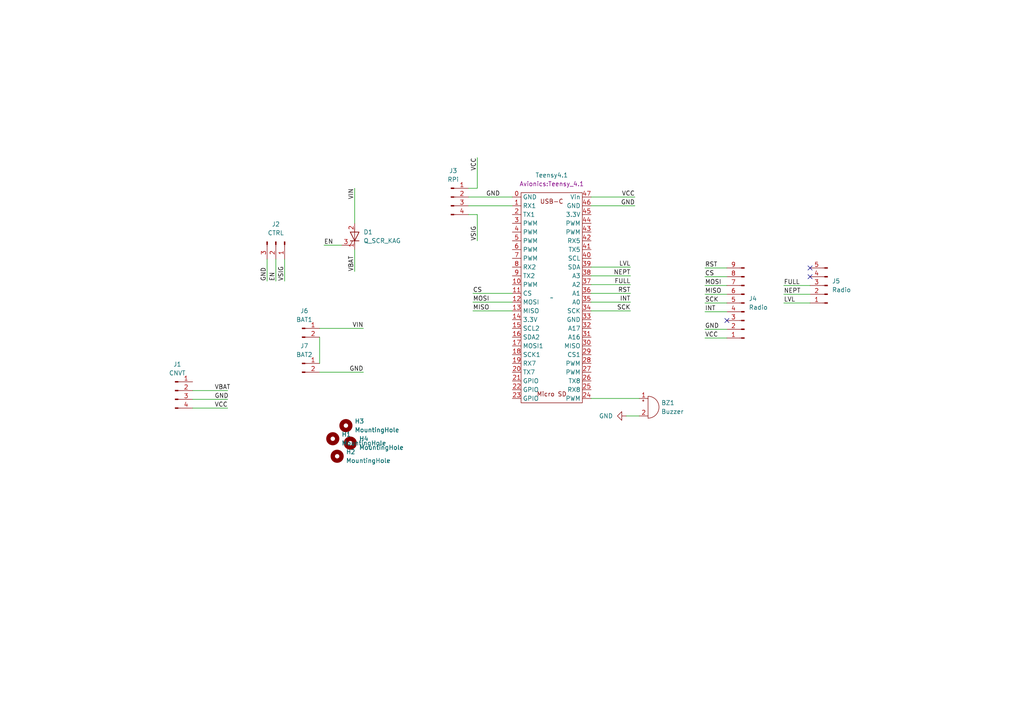
<source format=kicad_sch>
(kicad_sch (version 20230121) (generator eeschema)
  (paper "A4")
  (lib_symbols
    (symbol "Breakout Boards:Teensy_4.1"
      (property "Reference" "Teensy4.1" (at 0 0 90))
      (property "Footprint" "Breakout Boards:Teensy_4.1" (at 0 0 0))
      (symbol "Teensy_4.1_0_1"
        (rectangle (start -8.89 30.48) (end 8.89 -30.48))
      )
      (symbol "Teensy_4.1_1_1"
        (text "Micro SD" (at 0 -27.94 0) (effects (font (size 1.27 1.27))))
        (text "USB-C" (at 0 27.94 0) (effects (font (size 1.27 1.27))))
        (pin input line (at -11.43 29.21 0) (length 2.54) (name "GND") (number "0"))
        (pin input line (at -11.43 26.67 0) (length 2.54) (name "RX1") (number "1"))
        (pin input line (at -11.43 3.81 0) (length 2.54) (name "PWM") (number "10"))
        (pin input line (at -11.43 1.27 0) (length 2.54) (name "CS") (number "11"))
        (pin input line (at -11.43 -1.27 0) (length 2.54) (name "MOSI") (number "12"))
        (pin input line (at -11.43 -3.81 0) (length 2.54) (name "MISO") (number "13"))
        (pin input line (at -11.43 -6.35 0) (length 2.54) (name "3.3V") (number "14"))
        (pin input line (at -11.43 -8.89 0) (length 2.54) (name "SCL2") (number "15"))
        (pin input line (at -11.43 -11.43 0) (length 2.54) (name "SDA2") (number "16"))
        (pin input line (at -11.43 -13.97 0) (length 2.54) (name "MOSI1") (number "17"))
        (pin input line (at -11.43 -16.51 0) (length 2.54) (name "SCK1") (number "18"))
        (pin input line (at -11.43 -19.05 0) (length 2.54) (name "RX7") (number "19"))
        (pin input line (at -11.43 24.13 0) (length 2.54) (name "TX1") (number "2"))
        (pin input line (at -11.43 -21.59 0) (length 2.54) (name "TX7") (number "20"))
        (pin input line (at -11.43 -24.13 0) (length 2.54) (name "GPIO") (number "21"))
        (pin input line (at -11.43 -26.67 0) (length 2.54) (name "GPIO") (number "22"))
        (pin input line (at -11.43 -29.21 0) (length 2.54) (name "GPIO") (number "23"))
        (pin input line (at 11.43 -29.21 180) (length 2.54) (name "PWM") (number "24"))
        (pin input line (at 11.43 -26.67 180) (length 2.54) (name "RX8") (number "25"))
        (pin input line (at 11.43 -24.13 180) (length 2.54) (name "TX8") (number "26"))
        (pin input line (at 11.43 -21.59 180) (length 2.54) (name "PWM") (number "27"))
        (pin input line (at 11.43 -19.05 180) (length 2.54) (name "PWM") (number "28"))
        (pin input line (at 11.43 -16.51 180) (length 2.54) (name "CS1") (number "29"))
        (pin input line (at -11.43 21.59 0) (length 2.54) (name "PWM") (number "3"))
        (pin input line (at 11.43 -13.97 180) (length 2.54) (name "MISO") (number "30"))
        (pin input line (at 11.43 -11.43 180) (length 2.54) (name "A16") (number "31"))
        (pin input line (at 11.43 -8.89 180) (length 2.54) (name "A17") (number "32"))
        (pin input line (at 11.43 -6.35 180) (length 2.54) (name "GND") (number "33"))
        (pin input line (at 11.43 -3.81 180) (length 2.54) (name "SCK") (number "34"))
        (pin input line (at 11.43 -1.27 180) (length 2.54) (name "A0") (number "35"))
        (pin input line (at 11.43 1.27 180) (length 2.54) (name "A1") (number "36"))
        (pin input line (at 11.43 3.81 180) (length 2.54) (name "A2") (number "37"))
        (pin input line (at 11.43 6.35 180) (length 2.54) (name "A3") (number "38"))
        (pin input line (at 11.43 8.89 180) (length 2.54) (name "SDA") (number "39"))
        (pin input line (at -11.43 19.05 0) (length 2.54) (name "PWM") (number "4"))
        (pin input line (at 11.43 11.43 180) (length 2.54) (name "SCL") (number "40"))
        (pin input line (at 11.43 13.97 180) (length 2.54) (name "TX5") (number "41"))
        (pin input line (at 11.43 16.51 180) (length 2.54) (name "RX5") (number "42"))
        (pin input line (at 11.43 19.05 180) (length 2.54) (name "PWM") (number "43"))
        (pin input line (at 11.43 21.59 180) (length 2.54) (name "PWM") (number "44"))
        (pin input line (at 11.43 24.13 180) (length 2.54) (name "3.3V") (number "45"))
        (pin input line (at 11.43 26.67 180) (length 2.54) (name "GND") (number "46"))
        (pin input line (at 11.43 29.21 180) (length 2.54) (name "Vin") (number "47"))
        (pin input line (at -11.43 16.51 0) (length 2.54) (name "PWM") (number "5"))
        (pin input line (at -11.43 13.97 0) (length 2.54) (name "PWM") (number "6"))
        (pin input line (at -11.43 11.43 0) (length 2.54) (name "PWM") (number "7"))
        (pin input line (at -11.43 8.89 0) (length 2.54) (name "RX2") (number "8"))
        (pin input line (at -11.43 6.35 0) (length 2.54) (name "TX2") (number "9"))
      )
    )
    (symbol "Connector:Conn_01x02_Pin" (pin_names (offset 1.016) hide)
      (property "Reference" "J" (at 0 2.54 0))
      (property "Value" "Conn_01x02_Pin" (at 0 -5.08 0))
      (symbol "Conn_01x02_Pin_1_1"
        (polyline (pts (xy 1.27 -2.54) (xy 0.8636 -2.54)) (stroke (width 0.1524)))
        (polyline (pts (xy 1.27 0) (xy 0.8636 0)) (stroke (width 0.1524)))
        (rectangle (start 0.8636 -2.413) (end 0 -2.667) (stroke (width 0.1524)) (fill (type outline)))
        (rectangle (start 0.8636 0.127) (end 0 -0.127) (stroke (width 0.1524)) (fill (type outline)))
        (pin passive line (at 5.08 0 180) (length 3.81) (name "Pin_1") (number "1"))
        (pin passive line (at 5.08 -2.54 180) (length 3.81) (name "Pin_2") (number "2"))
      )
    )
    (symbol "Connector:Conn_01x03_Pin" (pin_names (offset 1.016) hide)
      (property "Reference" "J" (at 0 5.08 0))
      (property "Value" "Conn_01x03_Pin" (at 0 -5.08 0))
      (symbol "Conn_01x03_Pin_1_1"
        (polyline (pts (xy 1.27 -2.54) (xy 0.8636 -2.54)) (stroke (width 0.1524)))
        (polyline (pts (xy 1.27 0) (xy 0.8636 0)) (stroke (width 0.1524)))
        (polyline (pts (xy 1.27 2.54) (xy 0.8636 2.54)) (stroke (width 0.1524)))
        (rectangle (start 0.8636 -2.413) (end 0 -2.667) (stroke (width 0.1524)) (fill (type outline)))
        (rectangle (start 0.8636 0.127) (end 0 -0.127) (stroke (width 0.1524)) (fill (type outline)))
        (rectangle (start 0.8636 2.667) (end 0 2.413) (stroke (width 0.1524)) (fill (type outline)))
        (pin passive line (at 5.08 2.54 180) (length 3.81) (name "Pin_1") (number "1"))
        (pin passive line (at 5.08 0 180) (length 3.81) (name "Pin_2") (number "2"))
        (pin passive line (at 5.08 -2.54 180) (length 3.81) (name "Pin_3") (number "3"))
      )
    )
    (symbol "Connector:Conn_01x04_Pin" (pin_names (offset 1.016) hide)
      (property "Reference" "J" (at 0 5.08 0))
      (property "Value" "Conn_01x04_Pin" (at 0 -7.62 0))
      (symbol "Conn_01x04_Pin_1_1"
        (polyline (pts (xy 1.27 -5.08) (xy 0.8636 -5.08)) (stroke (width 0.1524)))
        (polyline (pts (xy 1.27 -2.54) (xy 0.8636 -2.54)) (stroke (width 0.1524)))
        (polyline (pts (xy 1.27 0) (xy 0.8636 0)) (stroke (width 0.1524)))
        (polyline (pts (xy 1.27 2.54) (xy 0.8636 2.54)) (stroke (width 0.1524)))
        (rectangle (start 0.8636 -4.953) (end 0 -5.207) (stroke (width 0.1524)) (fill (type outline)))
        (rectangle (start 0.8636 -2.413) (end 0 -2.667) (stroke (width 0.1524)) (fill (type outline)))
        (rectangle (start 0.8636 0.127) (end 0 -0.127) (stroke (width 0.1524)) (fill (type outline)))
        (rectangle (start 0.8636 2.667) (end 0 2.413) (stroke (width 0.1524)) (fill (type outline)))
        (pin passive line (at 5.08 2.54 180) (length 3.81) (name "Pin_1") (number "1"))
        (pin passive line (at 5.08 0 180) (length 3.81) (name "Pin_2") (number "2"))
        (pin passive line (at 5.08 -2.54 180) (length 3.81) (name "Pin_3") (number "3"))
        (pin passive line (at 5.08 -5.08 180) (length 3.81) (name "Pin_4") (number "4"))
      )
    )
    (symbol "Connector:Conn_01x05_Pin" (pin_names (offset 1.016) hide)
      (property "Reference" "J" (at 0 7.62 0))
      (property "Value" "Conn_01x05_Pin" (at 0 -7.62 0))
      (symbol "Conn_01x05_Pin_1_1"
        (polyline (pts (xy 1.27 -5.08) (xy 0.8636 -5.08)) (stroke (width 0.1524)))
        (polyline (pts (xy 1.27 -2.54) (xy 0.8636 -2.54)) (stroke (width 0.1524)))
        (polyline (pts (xy 1.27 0) (xy 0.8636 0)) (stroke (width 0.1524)))
        (polyline (pts (xy 1.27 2.54) (xy 0.8636 2.54)) (stroke (width 0.1524)))
        (polyline (pts (xy 1.27 5.08) (xy 0.8636 5.08)) (stroke (width 0.1524)))
        (rectangle (start 0.8636 -4.953) (end 0 -5.207) (stroke (width 0.1524)) (fill (type outline)))
        (rectangle (start 0.8636 -2.413) (end 0 -2.667) (stroke (width 0.1524)) (fill (type outline)))
        (rectangle (start 0.8636 0.127) (end 0 -0.127) (stroke (width 0.1524)) (fill (type outline)))
        (rectangle (start 0.8636 2.667) (end 0 2.413) (stroke (width 0.1524)) (fill (type outline)))
        (rectangle (start 0.8636 5.207) (end 0 4.953) (stroke (width 0.1524)) (fill (type outline)))
        (pin passive line (at 5.08 5.08 180) (length 3.81) (name "Pin_1") (number "1"))
        (pin passive line (at 5.08 2.54 180) (length 3.81) (name "Pin_2") (number "2"))
        (pin passive line (at 5.08 0 180) (length 3.81) (name "Pin_3") (number "3"))
        (pin passive line (at 5.08 -2.54 180) (length 3.81) (name "Pin_4") (number "4"))
        (pin passive line (at 5.08 -5.08 180) (length 3.81) (name "Pin_5") (number "5"))
      )
    )
    (symbol "Connector:Conn_01x09_Pin" (pin_names (offset 1.016) hide)
      (property "Reference" "J" (at 0 12.7 0))
      (property "Value" "Conn_01x09_Pin" (at 0 -12.7 0))
      (symbol "Conn_01x09_Pin_1_1"
        (polyline (pts (xy 1.27 -10.16) (xy 0.8636 -10.16)) (stroke (width 0.1524)))
        (polyline (pts (xy 1.27 -7.62) (xy 0.8636 -7.62)) (stroke (width 0.1524)))
        (polyline (pts (xy 1.27 -5.08) (xy 0.8636 -5.08)) (stroke (width 0.1524)))
        (polyline (pts (xy 1.27 -2.54) (xy 0.8636 -2.54)) (stroke (width 0.1524)))
        (polyline (pts (xy 1.27 0) (xy 0.8636 0)) (stroke (width 0.1524)))
        (polyline (pts (xy 1.27 2.54) (xy 0.8636 2.54)) (stroke (width 0.1524)))
        (polyline (pts (xy 1.27 5.08) (xy 0.8636 5.08)) (stroke (width 0.1524)))
        (polyline (pts (xy 1.27 7.62) (xy 0.8636 7.62)) (stroke (width 0.1524)))
        (polyline (pts (xy 1.27 10.16) (xy 0.8636 10.16)) (stroke (width 0.1524)))
        (rectangle (start 0.8636 -10.033) (end 0 -10.287) (stroke (width 0.1524)) (fill (type outline)))
        (rectangle (start 0.8636 -7.493) (end 0 -7.747) (stroke (width 0.1524)) (fill (type outline)))
        (rectangle (start 0.8636 -4.953) (end 0 -5.207) (stroke (width 0.1524)) (fill (type outline)))
        (rectangle (start 0.8636 -2.413) (end 0 -2.667) (stroke (width 0.1524)) (fill (type outline)))
        (rectangle (start 0.8636 0.127) (end 0 -0.127) (stroke (width 0.1524)) (fill (type outline)))
        (rectangle (start 0.8636 2.667) (end 0 2.413) (stroke (width 0.1524)) (fill (type outline)))
        (rectangle (start 0.8636 5.207) (end 0 4.953) (stroke (width 0.1524)) (fill (type outline)))
        (rectangle (start 0.8636 7.747) (end 0 7.493) (stroke (width 0.1524)) (fill (type outline)))
        (rectangle (start 0.8636 10.287) (end 0 10.033) (stroke (width 0.1524)) (fill (type outline)))
        (pin passive line (at 5.08 10.16 180) (length 3.81) (name "Pin_1") (number "1"))
        (pin passive line (at 5.08 7.62 180) (length 3.81) (name "Pin_2") (number "2"))
        (pin passive line (at 5.08 5.08 180) (length 3.81) (name "Pin_3") (number "3"))
        (pin passive line (at 5.08 2.54 180) (length 3.81) (name "Pin_4") (number "4"))
        (pin passive line (at 5.08 0 180) (length 3.81) (name "Pin_5") (number "5"))
        (pin passive line (at 5.08 -2.54 180) (length 3.81) (name "Pin_6") (number "6"))
        (pin passive line (at 5.08 -5.08 180) (length 3.81) (name "Pin_7") (number "7"))
        (pin passive line (at 5.08 -7.62 180) (length 3.81) (name "Pin_8") (number "8"))
        (pin passive line (at 5.08 -10.16 180) (length 3.81) (name "Pin_9") (number "9"))
      )
    )
    (symbol "Device:Buzzer" (pin_names (offset 0.0254) hide)
      (property "Reference" "BZ" (at 3.81 1.27 0))
      (property "Value" "Buzzer" (at 3.81 -1.27 0))
      (symbol "Buzzer_0_1"
        (arc (start 0 -3.175) (mid 3.1612 0) (end 0 3.175))
        (polyline (pts (xy -1.651 1.905) (xy -1.143 1.905)))
        (polyline (pts (xy -1.397 2.159) (xy -1.397 1.651)))
        (polyline (pts (xy 0 3.175) (xy 0 -3.175)))
      )
      (symbol "Buzzer_1_1"
        (pin passive line (at -2.54 2.54 0) (length 2.54) (name "-") (number "1"))
        (pin passive line (at -2.54 -2.54 0) (length 2.54) (name "+") (number "2"))
      )
    )
    (symbol "Device:Q_SCR_KAG" (pin_names (offset 0) hide)
      (property "Reference" "D" (at 1.905 0.635 0))
      (property "Value" "Q_SCR_KAG" (at 1.905 -1.27 0))
      (symbol "Q_SCR_KAG_0_1"
        (polyline (pts (xy -1.27 -2.54) (xy -0.635 -1.27)))
        (polyline (pts (xy -1.27 -1.27) (xy 1.27 -1.27)) (stroke (width 0.2032)))
        (polyline (pts (xy 0 -2.54) (xy 0 2.54)))
        (polyline (pts (xy -1.27 1.27) (xy 1.27 1.27) (xy 0 -1.27) (xy -1.27 1.27)) (stroke (width 0.2032)))
      )
      (symbol "Q_SCR_KAG_1_1"
        (pin passive line (at 0 -3.81 90) (length 2.54) (name "K") (number "1"))
        (pin passive line (at 0 3.81 270) (length 2.54) (name "A") (number "2"))
        (pin input line (at -3.81 -2.54 0) (length 2.54) (name "G") (number "3"))
      )
    )
    (symbol "Mechanical:MountingHole" (pin_names (offset 1.016))
      (property "Reference" "H" (at 0 5.08 0))
      (property "Value" "MountingHole" (at 0 3.175 0))
      (symbol "MountingHole_0_1"
        (circle (center 0 0) (radius 1.27) (stroke (width 1.27)))
      )
    )
    (symbol "power:GND" (power) (pin_names (offset 0))
      (property "Value" "GND" (at 0 -3.81 0))
      (symbol "GND_0_1"
        (polyline (pts (xy 0 0) (xy 0 -1.27) (xy 1.27 -1.27) (xy 0 -2.54) (xy -1.27 -1.27) (xy 0 -1.27)))
      )
      (symbol "GND_1_1"
        (pin power_in line (at 0 0 270) (length 0) hide (name "GND") (number "1"))
      )
    )
  )
  (no_connect (at 210.82 92.964))
  (no_connect (at 234.95 77.724))
  (no_connect (at 234.95 80.264))
  (wire (pts (xy 80.01 75.184) (xy 80.01 81.534)))
  (wire (pts (xy 204.47 80.264) (xy 210.82 80.264)))
  (wire (pts (xy 55.88 113.284) (xy 66.04 113.284)))
  (wire (pts (xy 171.45 59.69) (xy 184.15 59.69)))
  (wire (pts (xy 171.45 82.55) (xy 182.88 82.55)))
  (wire (pts (xy 204.47 90.424) (xy 210.82 90.424)))
  (wire (pts (xy 171.45 85.09) (xy 182.88 85.09)))
  (wire (pts (xy 204.47 95.504) (xy 210.82 95.504)))
  (wire (pts (xy 93.98 71.12) (xy 99.06 71.12)))
  (wire (pts (xy 92.71 97.79) (xy 92.71 105.41)))
  (wire (pts (xy 227.33 87.884) (xy 234.95 87.884)))
  (wire (pts (xy 135.89 54.61) (xy 138.43 54.61)))
  (wire (pts (xy 92.71 95.25) (xy 105.41 95.25)))
  (wire (pts (xy 55.88 115.824) (xy 66.04 115.824)))
  (wire (pts (xy 181.61 120.65) (xy 185.42 120.65)))
  (wire (pts (xy 204.47 85.344) (xy 210.82 85.344)))
  (wire (pts (xy 171.45 57.15) (xy 184.15 57.15)))
  (wire (pts (xy 135.89 59.69) (xy 148.59 59.69)))
  (wire (pts (xy 137.16 87.63) (xy 148.59 87.63)))
  (wire (pts (xy 171.45 80.01) (xy 182.88 80.01)))
  (wire (pts (xy 55.88 118.364) (xy 66.04 118.364)))
  (wire (pts (xy 137.16 85.09) (xy 148.59 85.09)))
  (wire (pts (xy 102.87 54.61) (xy 102.87 64.77)))
  (wire (pts (xy 171.45 90.17) (xy 182.88 90.17)))
  (wire (pts (xy 227.33 82.804) (xy 234.95 82.804)))
  (wire (pts (xy 204.47 77.724) (xy 210.82 77.724)))
  (wire (pts (xy 171.45 87.63) (xy 182.88 87.63)))
  (wire (pts (xy 135.89 62.23) (xy 138.43 62.23)))
  (wire (pts (xy 138.43 62.23) (xy 138.43 69.85)))
  (wire (pts (xy 204.47 98.044) (xy 210.82 98.044)))
  (wire (pts (xy 82.55 75.184) (xy 82.55 81.534)))
  (wire (pts (xy 102.87 72.39) (xy 102.87 78.74)))
  (wire (pts (xy 204.47 87.884) (xy 210.82 87.884)))
  (wire (pts (xy 77.47 75.184) (xy 77.47 81.534)))
  (wire (pts (xy 138.43 45.72) (xy 138.43 54.61)))
  (wire (pts (xy 92.71 107.95) (xy 105.41 107.95)))
  (wire (pts (xy 204.47 82.804) (xy 210.82 82.804)))
  (wire (pts (xy 137.16 90.17) (xy 148.59 90.17)))
  (wire (pts (xy 227.33 85.344) (xy 234.95 85.344)))
  (wire (pts (xy 171.45 115.57) (xy 185.42 115.57)))
  (wire (pts (xy 171.45 77.47) (xy 182.88 77.47)))
  (wire (pts (xy 135.89 57.15) (xy 148.59 57.15)))
  (label "VSIG" (at 82.55 81.534 90))
  (label "GND" (at 77.47 81.534 90))
  (label "GND" (at 105.41 107.95 180))
  (label "VCC" (at 204.47 98.044 0))
  (label "CS" (at 204.47 80.264 0))
  (label "GND" (at 184.15 59.69 180))
  (label "VCC" (at 62.23 118.364 0))
  (label "CS" (at 137.16 85.09 0))
  (label "SCK" (at 182.88 90.17 180))
  (label "GND" (at 204.47 95.504 0))
  (label "MISO" (at 204.47 85.344 0))
  (label "SCK" (at 204.47 87.884 0))
  (label "MOSI" (at 137.16 87.63 0))
  (label "VCC" (at 184.15 57.15 180))
  (label "LVL" (at 227.33 87.884 0))
  (label "FULL" (at 227.33 82.804 0))
  (label "EN" (at 80.01 81.534 90))
  (label "GND" (at 62.23 115.824 0))
  (label "RST" (at 182.88 85.09 180))
  (label "NEPT" (at 182.88 80.01 180))
  (label "VBAT" (at 62.23 113.284 0))
  (label "MISO" (at 137.16 90.17 0))
  (label "EN" (at 93.98 71.12 0))
  (label "INT" (at 182.88 87.63 180))
  (label "MOSI" (at 204.47 82.804 0))
  (label "RST" (at 204.47 77.724 0))
  (label "INT" (at 204.47 90.424 0))
  (label "FULL" (at 182.88 82.55 180))
  (label "NEPT" (at 227.33 85.344 0))
  (label "LVL" (at 182.88 77.47 180))
  (label "VBAT" (at 102.87 78.74 90))
  (label "VIN" (at 102.87 54.61 270))
  (label "GND" (at 140.97 57.15 0))
  (label "VIN" (at 105.41 95.25 180))
  (label "VCC" (at 138.43 45.72 270))
  (label "VSIG" (at 138.43 69.85 90))
  (symbol (lib_id "Mechanical:MountingHole") (at 97.79 132.334 0) (unit 1)
    (property "Reference" "H2" (at 100.33 131.064 0) (effects (justify left)))
    (property "Value" "MountingHole" (at 100.33 133.604 0) (effects (justify left)))
    (property "Footprint" "MountingHole:MountingHole_2.2mm_M2" (effects hide))
  )
  (symbol (lib_id "Connector:Conn_01x04_Pin") (at 130.81 57.15 0) (unit 1)
    (property "Reference" "J3" (at 131.445 49.53 0))
    (property "Value" "RPi" (at 131.445 52.07 0))
    (property "Footprint" "Connector_PinHeader_2.54mm:PinHeader_1x04_P2.54mm_Horizontal" (effects hide))
  )
  (symbol (lib_id "Device:Buzzer") (at 187.96 118.11 0) (unit 1)
    (property "Reference" "BZ1" (at 191.77 116.84 0) (effects (justify left)))
    (property "Value" "Buzzer" (at 191.77 119.38 0) (effects (justify left)))
    (property "Footprint" "Avionics:Adafruit_5V_Buzzer" (effects hide))
  )
  (symbol (lib_id "Connector:Conn_01x02_Pin") (at 87.63 95.25 0) (unit 1)
    (property "Reference" "J6" (at 88.265 90.17 0))
    (property "Value" "BAT1" (at 88.265 92.71 0))
    (property "Footprint" "Connector_JST:JST_XH_S2B-XH-A_1x02_P2.50mm_Horizontal" (effects hide))
  )
  (symbol (lib_id "Connector:Conn_01x02_Pin") (at 87.63 105.41 0) (unit 1)
    (property "Reference" "J7" (at 88.265 100.33 0))
    (property "Value" "BAT2" (at 88.265 102.87 0))
    (property "Footprint" "Connector_JST:JST_XH_S2B-XH-A_1x02_P2.50mm_Horizontal" (effects hide))
  )
  (symbol (lib_id "power:GND") (at 181.61 120.65 270) (unit 1)
    (property "Reference" "#PWR01" (effects hide))
    (property "Value" "GND" (at 177.8 120.65 90) (effects (justify right)))
  )
  (symbol (lib_id "Connector:Conn_01x09_Pin") (at 215.9 87.884 180) (unit 1)
    (property "Reference" "J4" (at 217.17 86.614 0) (effects (justify right)))
    (property "Value" "Radio" (at 217.17 89.154 0) (effects (justify right)))
    (property "Footprint" "Connector_PinSocket_2.54mm:PinSocket_1x09_P2.54mm_Vertical" (effects hide))
  )
  (symbol (lib_id "Connector:Conn_01x05_Pin") (at 240.03 82.804 180) (unit 1)
    (property "Reference" "J5" (at 241.3 81.534 0) (effects (justify right)))
    (property "Value" "Radio" (at 241.3 84.074 0) (effects (justify right)))
    (property "Footprint" "Connector_PinSocket_2.54mm:PinSocket_1x05_P2.54mm_Vertical" (effects hide))
  )
  (symbol (lib_id "Connector:Conn_01x03_Pin") (at 80.01 70.104 270) (unit 1)
    (property "Reference" "J2" (at 80.01 65.024 90))
    (property "Value" "CTRL" (at 80.01 67.564 90))
    (property "Footprint" "Connector_JST:JST_XH_S3B-XH-A_1x03_P2.50mm_Horizontal" (effects hide))
  )
  (symbol (lib_id "Mechanical:MountingHole") (at 100.33 123.444 0) (unit 1)
    (property "Reference" "H3" (at 102.87 122.174 0) (effects (justify left)))
    (property "Value" "MountingHole" (at 102.87 124.714 0) (effects (justify left)))
    (property "Footprint" "MountingHole:MountingHole_2.2mm_M2" (effects hide))
  )
  (symbol (lib_id "Breakout Boards:Teensy_4.1") (at 160.02 86.36 0) (unit 1)
    (property "Reference" "Teensy4.1" (at 160.02 50.8 0))
    (property "Value" "~" (at 160.02 86.36 0))
    (property "Footprint" "Avionics:Teensy_4.1" (at 160.02 53.34 0))
  )
  (symbol (lib_id "Mechanical:MountingHole") (at 96.52 127.254 0) (unit 1)
    (property "Reference" "H1" (at 99.06 125.984 0) (effects (justify left)))
    (property "Value" "MountingHole" (at 99.06 128.524 0) (effects (justify left)))
    (property "Footprint" "MountingHole:MountingHole_2.2mm_M2" (effects hide))
  )
  (symbol (lib_id "Connector:Conn_01x04_Pin") (at 50.8 113.284 0) (unit 1)
    (property "Reference" "J1" (at 51.435 105.664 0))
    (property "Value" "CNVT" (at 51.435 108.204 0))
    (property "Footprint" "Connector_PinHeader_2.54mm:PinHeader_1x04_P2.54mm_Vertical" (effects hide))
  )
  (symbol (lib_id "Device:Q_SCR_KAG") (at 102.87 68.58 0) (unit 1)
    (property "Reference" "D1" (at 105.41 67.31 0) (effects (justify left)))
    (property "Value" "Q_SCR_KAG" (at 105.41 69.85 0) (effects (justify left)))
    (property "Footprint" "Package_TO_SOT_THT:TO-220-3_Horizontal_TabDown" (effects hide))
  )
  (symbol (lib_id "Mechanical:MountingHole") (at 101.6 128.524 0) (unit 1)
    (property "Reference" "H4" (at 104.14 127.254 0) (effects (justify left)))
    (property "Value" "MountingHole" (at 104.14 129.794 0) (effects (justify left)))
    (property "Footprint" "MountingHole:MountingHole_2.2mm_M2" (effects hide))
  )
)
</source>
